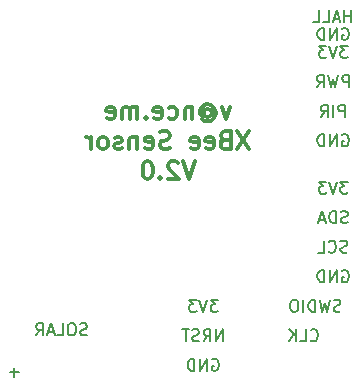
<source format=gbo>
G04 #@! TF.GenerationSoftware,KiCad,Pcbnew,5.0.2-bee76a0~70~ubuntu18.10.1*
G04 #@! TF.CreationDate,2019-06-30T16:33:55+01:00*
G04 #@! TF.ProjectId,xbee-sensor,78626565-2d73-4656-9e73-6f722e6b6963,rev?*
G04 #@! TF.SameCoordinates,Original*
G04 #@! TF.FileFunction,Legend,Bot*
G04 #@! TF.FilePolarity,Positive*
%FSLAX46Y46*%
G04 Gerber Fmt 4.6, Leading zero omitted, Abs format (unit mm)*
G04 Created by KiCad (PCBNEW 5.0.2-bee76a0~70~ubuntu18.10.1) date Sun 30 Jun 2019 16:33:55 BST*
%MOMM*%
%LPD*%
G01*
G04 APERTURE LIST*
%ADD10C,0.300000*%
%ADD11C,0.200000*%
G04 APERTURE END LIST*
D10*
X147785714Y-91128571D02*
X147428571Y-92128571D01*
X147071428Y-91128571D01*
X145571428Y-91414285D02*
X145642857Y-91342857D01*
X145785714Y-91271428D01*
X145928571Y-91271428D01*
X146071428Y-91342857D01*
X146142857Y-91414285D01*
X146214285Y-91557142D01*
X146214285Y-91700000D01*
X146142857Y-91842857D01*
X146071428Y-91914285D01*
X145928571Y-91985714D01*
X145785714Y-91985714D01*
X145642857Y-91914285D01*
X145571428Y-91842857D01*
X145571428Y-91271428D02*
X145571428Y-91842857D01*
X145500000Y-91914285D01*
X145428571Y-91914285D01*
X145285714Y-91842857D01*
X145214285Y-91700000D01*
X145214285Y-91342857D01*
X145357142Y-91128571D01*
X145571428Y-90985714D01*
X145857142Y-90914285D01*
X146142857Y-90985714D01*
X146357142Y-91128571D01*
X146500000Y-91342857D01*
X146571428Y-91628571D01*
X146500000Y-91914285D01*
X146357142Y-92128571D01*
X146142857Y-92271428D01*
X145857142Y-92342857D01*
X145571428Y-92271428D01*
X145357142Y-92128571D01*
X144571428Y-91128571D02*
X144571428Y-92128571D01*
X144571428Y-91271428D02*
X144500000Y-91200000D01*
X144357142Y-91128571D01*
X144142857Y-91128571D01*
X144000000Y-91200000D01*
X143928571Y-91342857D01*
X143928571Y-92128571D01*
X142571428Y-92057142D02*
X142714285Y-92128571D01*
X143000000Y-92128571D01*
X143142857Y-92057142D01*
X143214285Y-91985714D01*
X143285714Y-91842857D01*
X143285714Y-91414285D01*
X143214285Y-91271428D01*
X143142857Y-91200000D01*
X143000000Y-91128571D01*
X142714285Y-91128571D01*
X142571428Y-91200000D01*
X141357142Y-92057142D02*
X141500000Y-92128571D01*
X141785714Y-92128571D01*
X141928571Y-92057142D01*
X142000000Y-91914285D01*
X142000000Y-91342857D01*
X141928571Y-91200000D01*
X141785714Y-91128571D01*
X141500000Y-91128571D01*
X141357142Y-91200000D01*
X141285714Y-91342857D01*
X141285714Y-91485714D01*
X142000000Y-91628571D01*
X140642857Y-91985714D02*
X140571428Y-92057142D01*
X140642857Y-92128571D01*
X140714285Y-92057142D01*
X140642857Y-91985714D01*
X140642857Y-92128571D01*
X139928571Y-92128571D02*
X139928571Y-91128571D01*
X139928571Y-91271428D02*
X139857142Y-91200000D01*
X139714285Y-91128571D01*
X139500000Y-91128571D01*
X139357142Y-91200000D01*
X139285714Y-91342857D01*
X139285714Y-92128571D01*
X139285714Y-91342857D02*
X139214285Y-91200000D01*
X139071428Y-91128571D01*
X138857142Y-91128571D01*
X138714285Y-91200000D01*
X138642857Y-91342857D01*
X138642857Y-92128571D01*
X137357142Y-92057142D02*
X137500000Y-92128571D01*
X137785714Y-92128571D01*
X137928571Y-92057142D01*
X138000000Y-91914285D01*
X138000000Y-91342857D01*
X137928571Y-91200000D01*
X137785714Y-91128571D01*
X137500000Y-91128571D01*
X137357142Y-91200000D01*
X137285714Y-91342857D01*
X137285714Y-91485714D01*
X138000000Y-91628571D01*
X149392857Y-93178571D02*
X148392857Y-94678571D01*
X148392857Y-93178571D02*
X149392857Y-94678571D01*
X147321428Y-93892857D02*
X147107142Y-93964285D01*
X147035714Y-94035714D01*
X146964285Y-94178571D01*
X146964285Y-94392857D01*
X147035714Y-94535714D01*
X147107142Y-94607142D01*
X147250000Y-94678571D01*
X147821428Y-94678571D01*
X147821428Y-93178571D01*
X147321428Y-93178571D01*
X147178571Y-93250000D01*
X147107142Y-93321428D01*
X147035714Y-93464285D01*
X147035714Y-93607142D01*
X147107142Y-93750000D01*
X147178571Y-93821428D01*
X147321428Y-93892857D01*
X147821428Y-93892857D01*
X145750000Y-94607142D02*
X145892857Y-94678571D01*
X146178571Y-94678571D01*
X146321428Y-94607142D01*
X146392857Y-94464285D01*
X146392857Y-93892857D01*
X146321428Y-93750000D01*
X146178571Y-93678571D01*
X145892857Y-93678571D01*
X145750000Y-93750000D01*
X145678571Y-93892857D01*
X145678571Y-94035714D01*
X146392857Y-94178571D01*
X144464285Y-94607142D02*
X144607142Y-94678571D01*
X144892857Y-94678571D01*
X145035714Y-94607142D01*
X145107142Y-94464285D01*
X145107142Y-93892857D01*
X145035714Y-93750000D01*
X144892857Y-93678571D01*
X144607142Y-93678571D01*
X144464285Y-93750000D01*
X144392857Y-93892857D01*
X144392857Y-94035714D01*
X145107142Y-94178571D01*
X142678571Y-94607142D02*
X142464285Y-94678571D01*
X142107142Y-94678571D01*
X141964285Y-94607142D01*
X141892857Y-94535714D01*
X141821428Y-94392857D01*
X141821428Y-94250000D01*
X141892857Y-94107142D01*
X141964285Y-94035714D01*
X142107142Y-93964285D01*
X142392857Y-93892857D01*
X142535714Y-93821428D01*
X142607142Y-93750000D01*
X142678571Y-93607142D01*
X142678571Y-93464285D01*
X142607142Y-93321428D01*
X142535714Y-93250000D01*
X142392857Y-93178571D01*
X142035714Y-93178571D01*
X141821428Y-93250000D01*
X140607142Y-94607142D02*
X140750000Y-94678571D01*
X141035714Y-94678571D01*
X141178571Y-94607142D01*
X141250000Y-94464285D01*
X141250000Y-93892857D01*
X141178571Y-93750000D01*
X141035714Y-93678571D01*
X140750000Y-93678571D01*
X140607142Y-93750000D01*
X140535714Y-93892857D01*
X140535714Y-94035714D01*
X141250000Y-94178571D01*
X139892857Y-93678571D02*
X139892857Y-94678571D01*
X139892857Y-93821428D02*
X139821428Y-93750000D01*
X139678571Y-93678571D01*
X139464285Y-93678571D01*
X139321428Y-93750000D01*
X139250000Y-93892857D01*
X139250000Y-94678571D01*
X138607142Y-94607142D02*
X138464285Y-94678571D01*
X138178571Y-94678571D01*
X138035714Y-94607142D01*
X137964285Y-94464285D01*
X137964285Y-94392857D01*
X138035714Y-94250000D01*
X138178571Y-94178571D01*
X138392857Y-94178571D01*
X138535714Y-94107142D01*
X138607142Y-93964285D01*
X138607142Y-93892857D01*
X138535714Y-93750000D01*
X138392857Y-93678571D01*
X138178571Y-93678571D01*
X138035714Y-93750000D01*
X137107142Y-94678571D02*
X137250000Y-94607142D01*
X137321428Y-94535714D01*
X137392857Y-94392857D01*
X137392857Y-93964285D01*
X137321428Y-93821428D01*
X137250000Y-93750000D01*
X137107142Y-93678571D01*
X136892857Y-93678571D01*
X136750000Y-93750000D01*
X136678571Y-93821428D01*
X136607142Y-93964285D01*
X136607142Y-94392857D01*
X136678571Y-94535714D01*
X136750000Y-94607142D01*
X136892857Y-94678571D01*
X137107142Y-94678571D01*
X135964285Y-94678571D02*
X135964285Y-93678571D01*
X135964285Y-93964285D02*
X135892857Y-93821428D01*
X135821428Y-93750000D01*
X135678571Y-93678571D01*
X135535714Y-93678571D01*
X144785714Y-95728571D02*
X144285714Y-97228571D01*
X143785714Y-95728571D01*
X143357142Y-95871428D02*
X143285714Y-95800000D01*
X143142857Y-95728571D01*
X142785714Y-95728571D01*
X142642857Y-95800000D01*
X142571428Y-95871428D01*
X142500000Y-96014285D01*
X142500000Y-96157142D01*
X142571428Y-96371428D01*
X143428571Y-97228571D01*
X142500000Y-97228571D01*
X141857142Y-97085714D02*
X141785714Y-97157142D01*
X141857142Y-97228571D01*
X141928571Y-97157142D01*
X141857142Y-97085714D01*
X141857142Y-97228571D01*
X140857142Y-95728571D02*
X140714285Y-95728571D01*
X140571428Y-95800000D01*
X140500000Y-95871428D01*
X140428571Y-96014285D01*
X140357142Y-96300000D01*
X140357142Y-96657142D01*
X140428571Y-96942857D01*
X140500000Y-97085714D01*
X140571428Y-97157142D01*
X140714285Y-97228571D01*
X140857142Y-97228571D01*
X141000000Y-97157142D01*
X141071428Y-97085714D01*
X141142857Y-96942857D01*
X141214285Y-96657142D01*
X141214285Y-96300000D01*
X141142857Y-96014285D01*
X141071428Y-95871428D01*
X141000000Y-95800000D01*
X140857142Y-95728571D01*
D11*
X129880952Y-113571428D02*
X129119047Y-113571428D01*
X129500000Y-113952380D02*
X129500000Y-113190476D01*
X154595238Y-110857142D02*
X154642857Y-110904761D01*
X154785714Y-110952380D01*
X154880952Y-110952380D01*
X155023809Y-110904761D01*
X155119047Y-110809523D01*
X155166666Y-110714285D01*
X155214285Y-110523809D01*
X155214285Y-110380952D01*
X155166666Y-110190476D01*
X155119047Y-110095238D01*
X155023809Y-110000000D01*
X154880952Y-109952380D01*
X154785714Y-109952380D01*
X154642857Y-110000000D01*
X154595238Y-110047619D01*
X153690476Y-110952380D02*
X154166666Y-110952380D01*
X154166666Y-109952380D01*
X153357142Y-110952380D02*
X153357142Y-109952380D01*
X152785714Y-110952380D02*
X153214285Y-110380952D01*
X152785714Y-109952380D02*
X153357142Y-110523809D01*
X157119047Y-108404761D02*
X156976190Y-108452380D01*
X156738095Y-108452380D01*
X156642857Y-108404761D01*
X156595238Y-108357142D01*
X156547619Y-108261904D01*
X156547619Y-108166666D01*
X156595238Y-108071428D01*
X156642857Y-108023809D01*
X156738095Y-107976190D01*
X156928571Y-107928571D01*
X157023809Y-107880952D01*
X157071428Y-107833333D01*
X157119047Y-107738095D01*
X157119047Y-107642857D01*
X157071428Y-107547619D01*
X157023809Y-107500000D01*
X156928571Y-107452380D01*
X156690476Y-107452380D01*
X156547619Y-107500000D01*
X156214285Y-107452380D02*
X155976190Y-108452380D01*
X155785714Y-107738095D01*
X155595238Y-108452380D01*
X155357142Y-107452380D01*
X154976190Y-108452380D02*
X154976190Y-107452380D01*
X154738095Y-107452380D01*
X154595238Y-107500000D01*
X154500000Y-107595238D01*
X154452380Y-107690476D01*
X154404761Y-107880952D01*
X154404761Y-108023809D01*
X154452380Y-108214285D01*
X154500000Y-108309523D01*
X154595238Y-108404761D01*
X154738095Y-108452380D01*
X154976190Y-108452380D01*
X153976190Y-108452380D02*
X153976190Y-107452380D01*
X153309523Y-107452380D02*
X153119047Y-107452380D01*
X153023809Y-107500000D01*
X152928571Y-107595238D01*
X152880952Y-107785714D01*
X152880952Y-108119047D01*
X152928571Y-108309523D01*
X153023809Y-108404761D01*
X153119047Y-108452380D01*
X153309523Y-108452380D01*
X153404761Y-108404761D01*
X153500000Y-108309523D01*
X153547619Y-108119047D01*
X153547619Y-107785714D01*
X153500000Y-107595238D01*
X153404761Y-107500000D01*
X153309523Y-107452380D01*
X147142857Y-110952380D02*
X147142857Y-109952380D01*
X146571428Y-110952380D01*
X146571428Y-109952380D01*
X145523809Y-110952380D02*
X145857142Y-110476190D01*
X146095238Y-110952380D02*
X146095238Y-109952380D01*
X145714285Y-109952380D01*
X145619047Y-110000000D01*
X145571428Y-110047619D01*
X145523809Y-110142857D01*
X145523809Y-110285714D01*
X145571428Y-110380952D01*
X145619047Y-110428571D01*
X145714285Y-110476190D01*
X146095238Y-110476190D01*
X145142857Y-110904761D02*
X145000000Y-110952380D01*
X144761904Y-110952380D01*
X144666666Y-110904761D01*
X144619047Y-110857142D01*
X144571428Y-110761904D01*
X144571428Y-110666666D01*
X144619047Y-110571428D01*
X144666666Y-110523809D01*
X144761904Y-110476190D01*
X144952380Y-110428571D01*
X145047619Y-110380952D01*
X145095238Y-110333333D01*
X145142857Y-110238095D01*
X145142857Y-110142857D01*
X145095238Y-110047619D01*
X145047619Y-110000000D01*
X144952380Y-109952380D01*
X144714285Y-109952380D01*
X144571428Y-110000000D01*
X144285714Y-109952380D02*
X143714285Y-109952380D01*
X144000000Y-110952380D02*
X144000000Y-109952380D01*
X146261904Y-112500000D02*
X146357142Y-112452380D01*
X146500000Y-112452380D01*
X146642857Y-112500000D01*
X146738095Y-112595238D01*
X146785714Y-112690476D01*
X146833333Y-112880952D01*
X146833333Y-113023809D01*
X146785714Y-113214285D01*
X146738095Y-113309523D01*
X146642857Y-113404761D01*
X146500000Y-113452380D01*
X146404761Y-113452380D01*
X146261904Y-113404761D01*
X146214285Y-113357142D01*
X146214285Y-113023809D01*
X146404761Y-113023809D01*
X145785714Y-113452380D02*
X145785714Y-112452380D01*
X145214285Y-113452380D01*
X145214285Y-112452380D01*
X144738095Y-113452380D02*
X144738095Y-112452380D01*
X144500000Y-112452380D01*
X144357142Y-112500000D01*
X144261904Y-112595238D01*
X144214285Y-112690476D01*
X144166666Y-112880952D01*
X144166666Y-113023809D01*
X144214285Y-113214285D01*
X144261904Y-113309523D01*
X144357142Y-113404761D01*
X144500000Y-113452380D01*
X144738095Y-113452380D01*
X146738095Y-107452380D02*
X146119047Y-107452380D01*
X146452380Y-107833333D01*
X146309523Y-107833333D01*
X146214285Y-107880952D01*
X146166666Y-107928571D01*
X146119047Y-108023809D01*
X146119047Y-108261904D01*
X146166666Y-108357142D01*
X146214285Y-108404761D01*
X146309523Y-108452380D01*
X146595238Y-108452380D01*
X146690476Y-108404761D01*
X146738095Y-108357142D01*
X145833333Y-107452380D02*
X145500000Y-108452380D01*
X145166666Y-107452380D01*
X144928571Y-107452380D02*
X144309523Y-107452380D01*
X144642857Y-107833333D01*
X144500000Y-107833333D01*
X144404761Y-107880952D01*
X144357142Y-107928571D01*
X144309523Y-108023809D01*
X144309523Y-108261904D01*
X144357142Y-108357142D01*
X144404761Y-108404761D01*
X144500000Y-108452380D01*
X144785714Y-108452380D01*
X144880952Y-108404761D01*
X144928571Y-108357142D01*
X135642857Y-110404761D02*
X135500000Y-110452380D01*
X135261904Y-110452380D01*
X135166666Y-110404761D01*
X135119047Y-110357142D01*
X135071428Y-110261904D01*
X135071428Y-110166666D01*
X135119047Y-110071428D01*
X135166666Y-110023809D01*
X135261904Y-109976190D01*
X135452380Y-109928571D01*
X135547619Y-109880952D01*
X135595238Y-109833333D01*
X135642857Y-109738095D01*
X135642857Y-109642857D01*
X135595238Y-109547619D01*
X135547619Y-109500000D01*
X135452380Y-109452380D01*
X135214285Y-109452380D01*
X135071428Y-109500000D01*
X134452380Y-109452380D02*
X134261904Y-109452380D01*
X134166666Y-109500000D01*
X134071428Y-109595238D01*
X134023809Y-109785714D01*
X134023809Y-110119047D01*
X134071428Y-110309523D01*
X134166666Y-110404761D01*
X134261904Y-110452380D01*
X134452380Y-110452380D01*
X134547619Y-110404761D01*
X134642857Y-110309523D01*
X134690476Y-110119047D01*
X134690476Y-109785714D01*
X134642857Y-109595238D01*
X134547619Y-109500000D01*
X134452380Y-109452380D01*
X133119047Y-110452380D02*
X133595238Y-110452380D01*
X133595238Y-109452380D01*
X132833333Y-110166666D02*
X132357142Y-110166666D01*
X132928571Y-110452380D02*
X132595238Y-109452380D01*
X132261904Y-110452380D01*
X131357142Y-110452380D02*
X131690476Y-109976190D01*
X131928571Y-110452380D02*
X131928571Y-109452380D01*
X131547619Y-109452380D01*
X131452380Y-109500000D01*
X131404761Y-109547619D01*
X131357142Y-109642857D01*
X131357142Y-109785714D01*
X131404761Y-109880952D01*
X131452380Y-109928571D01*
X131547619Y-109976190D01*
X131928571Y-109976190D01*
X157714285Y-100904761D02*
X157571428Y-100952380D01*
X157333333Y-100952380D01*
X157238095Y-100904761D01*
X157190476Y-100857142D01*
X157142857Y-100761904D01*
X157142857Y-100666666D01*
X157190476Y-100571428D01*
X157238095Y-100523809D01*
X157333333Y-100476190D01*
X157523809Y-100428571D01*
X157619047Y-100380952D01*
X157666666Y-100333333D01*
X157714285Y-100238095D01*
X157714285Y-100142857D01*
X157666666Y-100047619D01*
X157619047Y-100000000D01*
X157523809Y-99952380D01*
X157285714Y-99952380D01*
X157142857Y-100000000D01*
X156714285Y-100952380D02*
X156714285Y-99952380D01*
X156476190Y-99952380D01*
X156333333Y-100000000D01*
X156238095Y-100095238D01*
X156190476Y-100190476D01*
X156142857Y-100380952D01*
X156142857Y-100523809D01*
X156190476Y-100714285D01*
X156238095Y-100809523D01*
X156333333Y-100904761D01*
X156476190Y-100952380D01*
X156714285Y-100952380D01*
X155761904Y-100666666D02*
X155285714Y-100666666D01*
X155857142Y-100952380D02*
X155523809Y-99952380D01*
X155190476Y-100952380D01*
X157690476Y-103404761D02*
X157547619Y-103452380D01*
X157309523Y-103452380D01*
X157214285Y-103404761D01*
X157166666Y-103357142D01*
X157119047Y-103261904D01*
X157119047Y-103166666D01*
X157166666Y-103071428D01*
X157214285Y-103023809D01*
X157309523Y-102976190D01*
X157500000Y-102928571D01*
X157595238Y-102880952D01*
X157642857Y-102833333D01*
X157690476Y-102738095D01*
X157690476Y-102642857D01*
X157642857Y-102547619D01*
X157595238Y-102500000D01*
X157500000Y-102452380D01*
X157261904Y-102452380D01*
X157119047Y-102500000D01*
X156119047Y-103357142D02*
X156166666Y-103404761D01*
X156309523Y-103452380D01*
X156404761Y-103452380D01*
X156547619Y-103404761D01*
X156642857Y-103309523D01*
X156690476Y-103214285D01*
X156738095Y-103023809D01*
X156738095Y-102880952D01*
X156690476Y-102690476D01*
X156642857Y-102595238D01*
X156547619Y-102500000D01*
X156404761Y-102452380D01*
X156309523Y-102452380D01*
X156166666Y-102500000D01*
X156119047Y-102547619D01*
X155214285Y-103452380D02*
X155690476Y-103452380D01*
X155690476Y-102452380D01*
X157738095Y-97452380D02*
X157119047Y-97452380D01*
X157452380Y-97833333D01*
X157309523Y-97833333D01*
X157214285Y-97880952D01*
X157166666Y-97928571D01*
X157119047Y-98023809D01*
X157119047Y-98261904D01*
X157166666Y-98357142D01*
X157214285Y-98404761D01*
X157309523Y-98452380D01*
X157595238Y-98452380D01*
X157690476Y-98404761D01*
X157738095Y-98357142D01*
X156833333Y-97452380D02*
X156500000Y-98452380D01*
X156166666Y-97452380D01*
X155928571Y-97452380D02*
X155309523Y-97452380D01*
X155642857Y-97833333D01*
X155500000Y-97833333D01*
X155404761Y-97880952D01*
X155357142Y-97928571D01*
X155309523Y-98023809D01*
X155309523Y-98261904D01*
X155357142Y-98357142D01*
X155404761Y-98404761D01*
X155500000Y-98452380D01*
X155785714Y-98452380D01*
X155880952Y-98404761D01*
X155928571Y-98357142D01*
X157261904Y-105000000D02*
X157357142Y-104952380D01*
X157500000Y-104952380D01*
X157642857Y-105000000D01*
X157738095Y-105095238D01*
X157785714Y-105190476D01*
X157833333Y-105380952D01*
X157833333Y-105523809D01*
X157785714Y-105714285D01*
X157738095Y-105809523D01*
X157642857Y-105904761D01*
X157500000Y-105952380D01*
X157404761Y-105952380D01*
X157261904Y-105904761D01*
X157214285Y-105857142D01*
X157214285Y-105523809D01*
X157404761Y-105523809D01*
X156785714Y-105952380D02*
X156785714Y-104952380D01*
X156214285Y-105952380D01*
X156214285Y-104952380D01*
X155738095Y-105952380D02*
X155738095Y-104952380D01*
X155500000Y-104952380D01*
X155357142Y-105000000D01*
X155261904Y-105095238D01*
X155214285Y-105190476D01*
X155166666Y-105380952D01*
X155166666Y-105523809D01*
X155214285Y-105714285D01*
X155261904Y-105809523D01*
X155357142Y-105904761D01*
X155500000Y-105952380D01*
X155738095Y-105952380D01*
X157738095Y-85952380D02*
X157119047Y-85952380D01*
X157452380Y-86333333D01*
X157309523Y-86333333D01*
X157214285Y-86380952D01*
X157166666Y-86428571D01*
X157119047Y-86523809D01*
X157119047Y-86761904D01*
X157166666Y-86857142D01*
X157214285Y-86904761D01*
X157309523Y-86952380D01*
X157595238Y-86952380D01*
X157690476Y-86904761D01*
X157738095Y-86857142D01*
X156833333Y-85952380D02*
X156500000Y-86952380D01*
X156166666Y-85952380D01*
X155928571Y-85952380D02*
X155309523Y-85952380D01*
X155642857Y-86333333D01*
X155500000Y-86333333D01*
X155404761Y-86380952D01*
X155357142Y-86428571D01*
X155309523Y-86523809D01*
X155309523Y-86761904D01*
X155357142Y-86857142D01*
X155404761Y-86904761D01*
X155500000Y-86952380D01*
X155785714Y-86952380D01*
X155880952Y-86904761D01*
X155928571Y-86857142D01*
X157261904Y-84500000D02*
X157357142Y-84452380D01*
X157500000Y-84452380D01*
X157642857Y-84500000D01*
X157738095Y-84595238D01*
X157785714Y-84690476D01*
X157833333Y-84880952D01*
X157833333Y-85023809D01*
X157785714Y-85214285D01*
X157738095Y-85309523D01*
X157642857Y-85404761D01*
X157500000Y-85452380D01*
X157404761Y-85452380D01*
X157261904Y-85404761D01*
X157214285Y-85357142D01*
X157214285Y-85023809D01*
X157404761Y-85023809D01*
X156785714Y-85452380D02*
X156785714Y-84452380D01*
X156214285Y-85452380D01*
X156214285Y-84452380D01*
X155738095Y-85452380D02*
X155738095Y-84452380D01*
X155500000Y-84452380D01*
X155357142Y-84500000D01*
X155261904Y-84595238D01*
X155214285Y-84690476D01*
X155166666Y-84880952D01*
X155166666Y-85023809D01*
X155214285Y-85214285D01*
X155261904Y-85309523D01*
X155357142Y-85404761D01*
X155500000Y-85452380D01*
X155738095Y-85452380D01*
X158023809Y-83952380D02*
X158023809Y-82952380D01*
X158023809Y-83428571D02*
X157452380Y-83428571D01*
X157452380Y-83952380D02*
X157452380Y-82952380D01*
X157023809Y-83666666D02*
X156547619Y-83666666D01*
X157119047Y-83952380D02*
X156785714Y-82952380D01*
X156452380Y-83952380D01*
X155642857Y-83952380D02*
X156119047Y-83952380D01*
X156119047Y-82952380D01*
X154833333Y-83952380D02*
X155309523Y-83952380D01*
X155309523Y-82952380D01*
X157833333Y-89452380D02*
X157833333Y-88452380D01*
X157452380Y-88452380D01*
X157357142Y-88500000D01*
X157309523Y-88547619D01*
X157261904Y-88642857D01*
X157261904Y-88785714D01*
X157309523Y-88880952D01*
X157357142Y-88928571D01*
X157452380Y-88976190D01*
X157833333Y-88976190D01*
X156928571Y-88452380D02*
X156690476Y-89452380D01*
X156500000Y-88738095D01*
X156309523Y-89452380D01*
X156071428Y-88452380D01*
X155119047Y-89452380D02*
X155452380Y-88976190D01*
X155690476Y-89452380D02*
X155690476Y-88452380D01*
X155309523Y-88452380D01*
X155214285Y-88500000D01*
X155166666Y-88547619D01*
X155119047Y-88642857D01*
X155119047Y-88785714D01*
X155166666Y-88880952D01*
X155214285Y-88928571D01*
X155309523Y-88976190D01*
X155690476Y-88976190D01*
X157261904Y-93500000D02*
X157357142Y-93452380D01*
X157500000Y-93452380D01*
X157642857Y-93500000D01*
X157738095Y-93595238D01*
X157785714Y-93690476D01*
X157833333Y-93880952D01*
X157833333Y-94023809D01*
X157785714Y-94214285D01*
X157738095Y-94309523D01*
X157642857Y-94404761D01*
X157500000Y-94452380D01*
X157404761Y-94452380D01*
X157261904Y-94404761D01*
X157214285Y-94357142D01*
X157214285Y-94023809D01*
X157404761Y-94023809D01*
X156785714Y-94452380D02*
X156785714Y-93452380D01*
X156214285Y-94452380D01*
X156214285Y-93452380D01*
X155738095Y-94452380D02*
X155738095Y-93452380D01*
X155500000Y-93452380D01*
X155357142Y-93500000D01*
X155261904Y-93595238D01*
X155214285Y-93690476D01*
X155166666Y-93880952D01*
X155166666Y-94023809D01*
X155214285Y-94214285D01*
X155261904Y-94309523D01*
X155357142Y-94404761D01*
X155500000Y-94452380D01*
X155738095Y-94452380D01*
X157500000Y-91952380D02*
X157500000Y-90952380D01*
X157119047Y-90952380D01*
X157023809Y-91000000D01*
X156976190Y-91047619D01*
X156928571Y-91142857D01*
X156928571Y-91285714D01*
X156976190Y-91380952D01*
X157023809Y-91428571D01*
X157119047Y-91476190D01*
X157500000Y-91476190D01*
X156500000Y-91952380D02*
X156500000Y-90952380D01*
X155452380Y-91952380D02*
X155785714Y-91476190D01*
X156023809Y-91952380D02*
X156023809Y-90952380D01*
X155642857Y-90952380D01*
X155547619Y-91000000D01*
X155500000Y-91047619D01*
X155452380Y-91142857D01*
X155452380Y-91285714D01*
X155500000Y-91380952D01*
X155547619Y-91428571D01*
X155642857Y-91476190D01*
X156023809Y-91476190D01*
M02*

</source>
